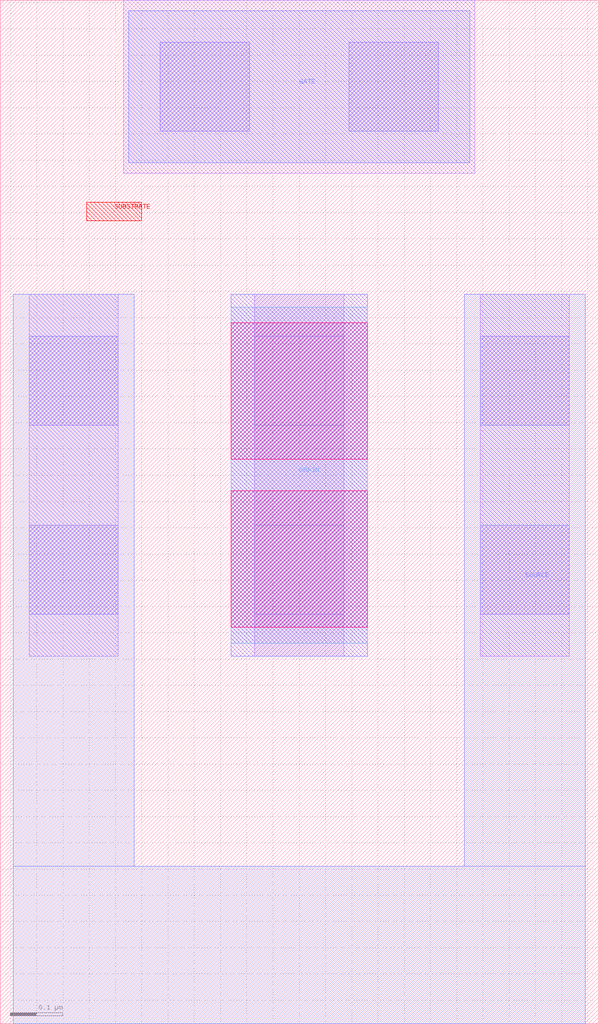
<source format=lef>
# Copyright 2020 The SkyWater PDK Authors
#
# Licensed under the Apache License, Version 2.0 (the "License");
# you may not use this file except in compliance with the License.
# You may obtain a copy of the License at
#
#     https://www.apache.org/licenses/LICENSE-2.0
#
# Unless required by applicable law or agreed to in writing, software
# distributed under the License is distributed on an "AS IS" BASIS,
# WITHOUT WARRANTIES OR CONDITIONS OF ANY KIND, either express or implied.
# See the License for the specific language governing permissions and
# limitations under the License.
#
# SPDX-License-Identifier: Apache-2.0

VERSION 5.7 ;
  NOWIREEXTENSIONATPIN ON ;
  DIVIDERCHAR "/" ;
  BUSBITCHARS "[]" ;
MACRO sky130_fd_pr__rf_nfet_01v8_lvt_aF02W0p84L0p15
  CLASS BLOCK ;
  FOREIGN sky130_fd_pr__rf_nfet_01v8_lvt_aF02W0p84L0p15 ;
  ORIGIN -0.180000  0.445000 ;
  SIZE  1.140000 BY  1.950000 ;
  PIN DRAIN
    ANTENNADIFFAREA  0.235200 ;
    PORT
      LAYER met2 ;
        RECT 0.620000 0.280000 0.880000 0.920000 ;
    END
  END DRAIN
  PIN GATE
    ANTENNAGATEAREA  0.252000 ;
    PORT
      LAYER met1 ;
        RECT 0.425000 1.195000 1.075000 1.485000 ;
    END
  END GATE
  PIN SOURCE
    ANTENNADIFFAREA  0.470400 ;
    PORT
      LAYER met1 ;
        RECT 0.205000 -0.445000 1.295000 -0.145000 ;
        RECT 0.205000 -0.145000 0.435000  0.945000 ;
        RECT 1.065000 -0.145000 1.295000  0.945000 ;
    END
  END SOURCE
  PIN SUBSTRATE
    PORT
      LAYER pwell ;
        RECT 0.345000 1.085000 0.450000 1.120000 ;
    END
  END SUBSTRATE
  OBS
    LAYER li1 ;
      RECT 0.235000 0.255000 0.405000 0.945000 ;
      RECT 0.415000 1.175000 1.085000 1.505000 ;
      RECT 0.665000 0.255000 0.835000 0.945000 ;
      RECT 1.095000 0.255000 1.265000 0.945000 ;
    LAYER mcon ;
      RECT 0.235000 0.335000 0.405000 0.505000 ;
      RECT 0.235000 0.695000 0.405000 0.865000 ;
      RECT 0.485000 1.255000 0.655000 1.425000 ;
      RECT 0.665000 0.335000 0.835000 0.505000 ;
      RECT 0.665000 0.695000 0.835000 0.865000 ;
      RECT 0.845000 1.255000 1.015000 1.425000 ;
      RECT 1.095000 0.335000 1.265000 0.505000 ;
      RECT 1.095000 0.695000 1.265000 0.865000 ;
    LAYER met1 ;
      RECT 0.620000 0.255000 0.880000 0.945000 ;
    LAYER via ;
      RECT 0.620000 0.310000 0.880000 0.570000 ;
      RECT 0.620000 0.630000 0.880000 0.890000 ;
  END
END sky130_fd_pr__rf_nfet_01v8_lvt_aF02W0p84L0p15
END LIBRARY

</source>
